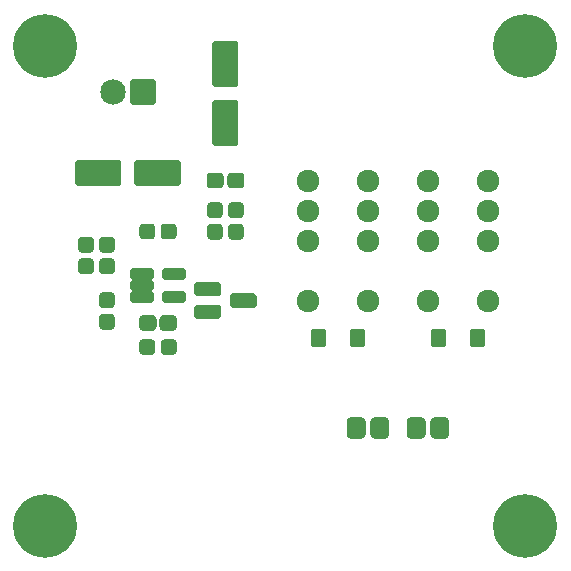
<source format=gbr>
%TF.GenerationSoftware,KiCad,Pcbnew,(5.1.10)-1*%
%TF.CreationDate,2021-09-10T16:42:04-04:00*%
%TF.ProjectId,Z_Brake,5a5f4272-616b-4652-9e6b-696361645f70,rev?*%
%TF.SameCoordinates,Original*%
%TF.FileFunction,Soldermask,Top*%
%TF.FilePolarity,Negative*%
%FSLAX46Y46*%
G04 Gerber Fmt 4.6, Leading zero omitted, Abs format (unit mm)*
G04 Created by KiCad (PCBNEW (5.1.10)-1) date 2021-09-10 16:42:04*
%MOMM*%
%LPD*%
G01*
G04 APERTURE LIST*
%ADD10C,1.924000*%
%ADD11C,5.400000*%
%ADD12C,2.155000*%
G04 APERTURE END LIST*
%TO.C,RV1*%
G36*
G01*
X91240000Y-111828332D02*
X91240000Y-112961668D01*
G75*
G02*
X90906668Y-113295000I-333332J0D01*
G01*
X89973332Y-113295000D01*
G75*
G02*
X89640000Y-112961668I0J333332D01*
G01*
X89640000Y-111828332D01*
G75*
G02*
X89973332Y-111495000I333332J0D01*
G01*
X90906668Y-111495000D01*
G75*
G02*
X91240000Y-111828332I0J-333332D01*
G01*
G37*
G36*
G01*
X93240000Y-111828332D02*
X93240000Y-112961668D01*
G75*
G02*
X92906668Y-113295000I-333332J0D01*
G01*
X91973332Y-113295000D01*
G75*
G02*
X91640000Y-112961668I0J333332D01*
G01*
X91640000Y-111828332D01*
G75*
G02*
X91973332Y-111495000I333332J0D01*
G01*
X92906668Y-111495000D01*
G75*
G02*
X93240000Y-111828332I0J-333332D01*
G01*
G37*
%TD*%
%TO.C,RV2*%
G36*
G01*
X88160000Y-111828332D02*
X88160000Y-112961668D01*
G75*
G02*
X87826668Y-113295000I-333332J0D01*
G01*
X86893332Y-113295000D01*
G75*
G02*
X86560000Y-112961668I0J333332D01*
G01*
X86560000Y-111828332D01*
G75*
G02*
X86893332Y-111495000I333332J0D01*
G01*
X87826668Y-111495000D01*
G75*
G02*
X88160000Y-111828332I0J-333332D01*
G01*
G37*
G36*
G01*
X86160000Y-111828332D02*
X86160000Y-112961668D01*
G75*
G02*
X85826668Y-113295000I-333332J0D01*
G01*
X84893332Y-113295000D01*
G75*
G02*
X84560000Y-112961668I0J333332D01*
G01*
X84560000Y-111828332D01*
G75*
G02*
X84893332Y-111495000I333332J0D01*
G01*
X85826668Y-111495000D01*
G75*
G02*
X86160000Y-111828332I0J-333332D01*
G01*
G37*
%TD*%
%TO.C,C1*%
G36*
G01*
X70180000Y-103167500D02*
X70180000Y-103842500D01*
G75*
G02*
X69842500Y-104180000I-337500J0D01*
G01*
X69042500Y-104180000D01*
G75*
G02*
X68705000Y-103842500I0J337500D01*
G01*
X68705000Y-103167500D01*
G75*
G02*
X69042500Y-102830000I337500J0D01*
G01*
X69842500Y-102830000D01*
G75*
G02*
X70180000Y-103167500I0J-337500D01*
G01*
G37*
G36*
G01*
X68455000Y-103167500D02*
X68455000Y-103842500D01*
G75*
G02*
X68117500Y-104180000I-337500J0D01*
G01*
X67317500Y-104180000D01*
G75*
G02*
X66980000Y-103842500I0J337500D01*
G01*
X66980000Y-103167500D01*
G75*
G02*
X67317500Y-102830000I337500J0D01*
G01*
X68117500Y-102830000D01*
G75*
G02*
X68455000Y-103167500I0J-337500D01*
G01*
G37*
%TD*%
%TO.C,D1*%
G36*
G01*
X66590000Y-91705000D02*
X66590000Y-89905000D01*
G75*
G02*
X66790000Y-89705000I200000J0D01*
G01*
X70290000Y-89705000D01*
G75*
G02*
X70490000Y-89905000I0J-200000D01*
G01*
X70490000Y-91705000D01*
G75*
G02*
X70290000Y-91905000I-200000J0D01*
G01*
X66790000Y-91905000D01*
G75*
G02*
X66590000Y-91705000I0J200000D01*
G01*
G37*
G36*
G01*
X61590000Y-91705000D02*
X61590000Y-89905000D01*
G75*
G02*
X61790000Y-89705000I200000J0D01*
G01*
X65290000Y-89705000D01*
G75*
G02*
X65490000Y-89905000I0J-200000D01*
G01*
X65490000Y-91705000D01*
G75*
G02*
X65290000Y-91905000I-200000J0D01*
G01*
X61790000Y-91905000D01*
G75*
G02*
X61590000Y-91705000I0J200000D01*
G01*
G37*
%TD*%
%TO.C,D2*%
G36*
G01*
X92980000Y-104175000D02*
X92980000Y-105375000D01*
G75*
G02*
X92780000Y-105575000I-200000J0D01*
G01*
X91880000Y-105575000D01*
G75*
G02*
X91680000Y-105375000I0J200000D01*
G01*
X91680000Y-104175000D01*
G75*
G02*
X91880000Y-103975000I200000J0D01*
G01*
X92780000Y-103975000D01*
G75*
G02*
X92980000Y-104175000I0J-200000D01*
G01*
G37*
G36*
G01*
X96280000Y-104175000D02*
X96280000Y-105375000D01*
G75*
G02*
X96080000Y-105575000I-200000J0D01*
G01*
X95180000Y-105575000D01*
G75*
G02*
X94980000Y-105375000I0J200000D01*
G01*
X94980000Y-104175000D01*
G75*
G02*
X95180000Y-103975000I200000J0D01*
G01*
X96080000Y-103975000D01*
G75*
G02*
X96280000Y-104175000I0J-200000D01*
G01*
G37*
%TD*%
%TO.C,D3*%
G36*
G01*
X86120000Y-104175000D02*
X86120000Y-105375000D01*
G75*
G02*
X85920000Y-105575000I-200000J0D01*
G01*
X85020000Y-105575000D01*
G75*
G02*
X84820000Y-105375000I0J200000D01*
G01*
X84820000Y-104175000D01*
G75*
G02*
X85020000Y-103975000I200000J0D01*
G01*
X85920000Y-103975000D01*
G75*
G02*
X86120000Y-104175000I0J-200000D01*
G01*
G37*
G36*
G01*
X82820000Y-104175000D02*
X82820000Y-105375000D01*
G75*
G02*
X82620000Y-105575000I-200000J0D01*
G01*
X81720000Y-105575000D01*
G75*
G02*
X81520000Y-105375000I0J200000D01*
G01*
X81520000Y-104175000D01*
G75*
G02*
X81720000Y-103975000I200000J0D01*
G01*
X82620000Y-103975000D01*
G75*
G02*
X82820000Y-104175000I0J-200000D01*
G01*
G37*
%TD*%
%TO.C,D4*%
G36*
G01*
X72695000Y-91777500D02*
X72695000Y-91102500D01*
G75*
G02*
X73032500Y-90765000I337500J0D01*
G01*
X73807500Y-90765000D01*
G75*
G02*
X74145000Y-91102500I0J-337500D01*
G01*
X74145000Y-91777500D01*
G75*
G02*
X73807500Y-92115000I-337500J0D01*
G01*
X73032500Y-92115000D01*
G75*
G02*
X72695000Y-91777500I0J337500D01*
G01*
G37*
G36*
G01*
X74445000Y-91777500D02*
X74445000Y-91102500D01*
G75*
G02*
X74782500Y-90765000I337500J0D01*
G01*
X75557500Y-90765000D01*
G75*
G02*
X75895000Y-91102500I0J-337500D01*
G01*
X75895000Y-91777500D01*
G75*
G02*
X75557500Y-92115000I-337500J0D01*
G01*
X74782500Y-92115000D01*
G75*
G02*
X74445000Y-91777500I0J337500D01*
G01*
G37*
%TD*%
%TO.C,D5*%
G36*
G01*
X75195000Y-88524000D02*
X73395000Y-88524000D01*
G75*
G02*
X73195000Y-88324000I0J200000D01*
G01*
X73195000Y-84824000D01*
G75*
G02*
X73395000Y-84624000I200000J0D01*
G01*
X75195000Y-84624000D01*
G75*
G02*
X75395000Y-84824000I0J-200000D01*
G01*
X75395000Y-88324000D01*
G75*
G02*
X75195000Y-88524000I-200000J0D01*
G01*
G37*
G36*
G01*
X75195000Y-83524000D02*
X73395000Y-83524000D01*
G75*
G02*
X73195000Y-83324000I0J200000D01*
G01*
X73195000Y-79824000D01*
G75*
G02*
X73395000Y-79624000I200000J0D01*
G01*
X75195000Y-79624000D01*
G75*
G02*
X75395000Y-79824000I0J-200000D01*
G01*
X75395000Y-83324000D01*
G75*
G02*
X75195000Y-83524000I-200000J0D01*
G01*
G37*
%TD*%
D10*
%TO.C,K1*%
X91440000Y-96520000D03*
X91440000Y-93980000D03*
X91440000Y-91440000D03*
X91440000Y-101600000D03*
X96520000Y-101600000D03*
X96520000Y-96520000D03*
X96520000Y-93980000D03*
X96520000Y-91440000D03*
%TD*%
%TO.C,K2*%
X86360000Y-91440000D03*
X86360000Y-93980000D03*
X86360000Y-96520000D03*
X86360000Y-101600000D03*
X81280000Y-101600000D03*
X81280000Y-91440000D03*
X81280000Y-93980000D03*
X81280000Y-96520000D03*
%TD*%
D11*
%TO.C,MH1*%
X59055000Y-80010000D03*
%TD*%
%TO.C,MH2*%
X99695000Y-80010000D03*
%TD*%
%TO.C,MH3*%
X59055000Y-120650000D03*
%TD*%
%TO.C,MH4*%
X99695000Y-120650000D03*
%TD*%
%TO.C,P2*%
G36*
G01*
X66232500Y-84822500D02*
X66232500Y-83067500D01*
G75*
G02*
X66432500Y-82867500I200000J0D01*
G01*
X68187500Y-82867500D01*
G75*
G02*
X68387500Y-83067500I0J-200000D01*
G01*
X68387500Y-84822500D01*
G75*
G02*
X68187500Y-85022500I-200000J0D01*
G01*
X66432500Y-85022500D01*
G75*
G02*
X66232500Y-84822500I0J200000D01*
G01*
G37*
D12*
X64770000Y-83945000D03*
%TD*%
%TO.C,Q1*%
G36*
G01*
X71645000Y-101050000D02*
X71645000Y-100250000D01*
G75*
G02*
X71845000Y-100050000I200000J0D01*
G01*
X73745000Y-100050000D01*
G75*
G02*
X73945000Y-100250000I0J-200000D01*
G01*
X73945000Y-101050000D01*
G75*
G02*
X73745000Y-101250000I-200000J0D01*
G01*
X71845000Y-101250000D01*
G75*
G02*
X71645000Y-101050000I0J200000D01*
G01*
G37*
G36*
G01*
X71645000Y-102950000D02*
X71645000Y-102150000D01*
G75*
G02*
X71845000Y-101950000I200000J0D01*
G01*
X73745000Y-101950000D01*
G75*
G02*
X73945000Y-102150000I0J-200000D01*
G01*
X73945000Y-102950000D01*
G75*
G02*
X73745000Y-103150000I-200000J0D01*
G01*
X71845000Y-103150000D01*
G75*
G02*
X71645000Y-102950000I0J200000D01*
G01*
G37*
G36*
G01*
X74645000Y-102000000D02*
X74645000Y-101200000D01*
G75*
G02*
X74845000Y-101000000I200000J0D01*
G01*
X76745000Y-101000000D01*
G75*
G02*
X76945000Y-101200000I0J-200000D01*
G01*
X76945000Y-102000000D01*
G75*
G02*
X76745000Y-102200000I-200000J0D01*
G01*
X74845000Y-102200000D01*
G75*
G02*
X74645000Y-102000000I0J200000D01*
G01*
G37*
%TD*%
%TO.C,R1*%
G36*
G01*
X62146500Y-96190000D02*
X62821500Y-96190000D01*
G75*
G02*
X63159000Y-96527500I0J-337500D01*
G01*
X63159000Y-97227500D01*
G75*
G02*
X62821500Y-97565000I-337500J0D01*
G01*
X62146500Y-97565000D01*
G75*
G02*
X61809000Y-97227500I0J337500D01*
G01*
X61809000Y-96527500D01*
G75*
G02*
X62146500Y-96190000I337500J0D01*
G01*
G37*
G36*
G01*
X62146500Y-98015000D02*
X62821500Y-98015000D01*
G75*
G02*
X63159000Y-98352500I0J-337500D01*
G01*
X63159000Y-99052500D01*
G75*
G02*
X62821500Y-99390000I-337500J0D01*
G01*
X62146500Y-99390000D01*
G75*
G02*
X61809000Y-99052500I0J337500D01*
G01*
X61809000Y-98352500D01*
G75*
G02*
X62146500Y-98015000I337500J0D01*
G01*
G37*
%TD*%
%TO.C,R2*%
G36*
G01*
X64599500Y-104089000D02*
X63924500Y-104089000D01*
G75*
G02*
X63587000Y-103751500I0J337500D01*
G01*
X63587000Y-103051500D01*
G75*
G02*
X63924500Y-102714000I337500J0D01*
G01*
X64599500Y-102714000D01*
G75*
G02*
X64937000Y-103051500I0J-337500D01*
G01*
X64937000Y-103751500D01*
G75*
G02*
X64599500Y-104089000I-337500J0D01*
G01*
G37*
G36*
G01*
X64599500Y-102264000D02*
X63924500Y-102264000D01*
G75*
G02*
X63587000Y-101926500I0J337500D01*
G01*
X63587000Y-101226500D01*
G75*
G02*
X63924500Y-100889000I337500J0D01*
G01*
X64599500Y-100889000D01*
G75*
G02*
X64937000Y-101226500I0J-337500D01*
G01*
X64937000Y-101926500D01*
G75*
G02*
X64599500Y-102264000I-337500J0D01*
G01*
G37*
%TD*%
%TO.C,R3*%
G36*
G01*
X63924500Y-98015000D02*
X64599500Y-98015000D01*
G75*
G02*
X64937000Y-98352500I0J-337500D01*
G01*
X64937000Y-99052500D01*
G75*
G02*
X64599500Y-99390000I-337500J0D01*
G01*
X63924500Y-99390000D01*
G75*
G02*
X63587000Y-99052500I0J337500D01*
G01*
X63587000Y-98352500D01*
G75*
G02*
X63924500Y-98015000I337500J0D01*
G01*
G37*
G36*
G01*
X63924500Y-96190000D02*
X64599500Y-96190000D01*
G75*
G02*
X64937000Y-96527500I0J-337500D01*
G01*
X64937000Y-97227500D01*
G75*
G02*
X64599500Y-97565000I-337500J0D01*
G01*
X63924500Y-97565000D01*
G75*
G02*
X63587000Y-97227500I0J337500D01*
G01*
X63587000Y-96527500D01*
G75*
G02*
X63924500Y-96190000I337500J0D01*
G01*
G37*
%TD*%
%TO.C,R4*%
G36*
G01*
X70180000Y-105199500D02*
X70180000Y-105874500D01*
G75*
G02*
X69842500Y-106212000I-337500J0D01*
G01*
X69142500Y-106212000D01*
G75*
G02*
X68805000Y-105874500I0J337500D01*
G01*
X68805000Y-105199500D01*
G75*
G02*
X69142500Y-104862000I337500J0D01*
G01*
X69842500Y-104862000D01*
G75*
G02*
X70180000Y-105199500I0J-337500D01*
G01*
G37*
G36*
G01*
X68355000Y-105199500D02*
X68355000Y-105874500D01*
G75*
G02*
X68017500Y-106212000I-337500J0D01*
G01*
X67317500Y-106212000D01*
G75*
G02*
X66980000Y-105874500I0J337500D01*
G01*
X66980000Y-105199500D01*
G75*
G02*
X67317500Y-104862000I337500J0D01*
G01*
X68017500Y-104862000D01*
G75*
G02*
X68355000Y-105199500I0J-337500D01*
G01*
G37*
%TD*%
%TO.C,R5*%
G36*
G01*
X68805000Y-96095500D02*
X68805000Y-95420500D01*
G75*
G02*
X69142500Y-95083000I337500J0D01*
G01*
X69842500Y-95083000D01*
G75*
G02*
X70180000Y-95420500I0J-337500D01*
G01*
X70180000Y-96095500D01*
G75*
G02*
X69842500Y-96433000I-337500J0D01*
G01*
X69142500Y-96433000D01*
G75*
G02*
X68805000Y-96095500I0J337500D01*
G01*
G37*
G36*
G01*
X66980000Y-96095500D02*
X66980000Y-95420500D01*
G75*
G02*
X67317500Y-95083000I337500J0D01*
G01*
X68017500Y-95083000D01*
G75*
G02*
X68355000Y-95420500I0J-337500D01*
G01*
X68355000Y-96095500D01*
G75*
G02*
X68017500Y-96433000I-337500J0D01*
G01*
X67317500Y-96433000D01*
G75*
G02*
X66980000Y-96095500I0J337500D01*
G01*
G37*
%TD*%
%TO.C,R6*%
G36*
G01*
X73743500Y-96469000D02*
X73068500Y-96469000D01*
G75*
G02*
X72731000Y-96131500I0J337500D01*
G01*
X72731000Y-95431500D01*
G75*
G02*
X73068500Y-95094000I337500J0D01*
G01*
X73743500Y-95094000D01*
G75*
G02*
X74081000Y-95431500I0J-337500D01*
G01*
X74081000Y-96131500D01*
G75*
G02*
X73743500Y-96469000I-337500J0D01*
G01*
G37*
G36*
G01*
X73743500Y-94644000D02*
X73068500Y-94644000D01*
G75*
G02*
X72731000Y-94306500I0J337500D01*
G01*
X72731000Y-93606500D01*
G75*
G02*
X73068500Y-93269000I337500J0D01*
G01*
X73743500Y-93269000D01*
G75*
G02*
X74081000Y-93606500I0J-337500D01*
G01*
X74081000Y-94306500D01*
G75*
G02*
X73743500Y-94644000I-337500J0D01*
G01*
G37*
%TD*%
%TO.C,R7*%
G36*
G01*
X74846500Y-95094000D02*
X75521500Y-95094000D01*
G75*
G02*
X75859000Y-95431500I0J-337500D01*
G01*
X75859000Y-96131500D01*
G75*
G02*
X75521500Y-96469000I-337500J0D01*
G01*
X74846500Y-96469000D01*
G75*
G02*
X74509000Y-96131500I0J337500D01*
G01*
X74509000Y-95431500D01*
G75*
G02*
X74846500Y-95094000I337500J0D01*
G01*
G37*
G36*
G01*
X74846500Y-93269000D02*
X75521500Y-93269000D01*
G75*
G02*
X75859000Y-93606500I0J-337500D01*
G01*
X75859000Y-94306500D01*
G75*
G02*
X75521500Y-94644000I-337500J0D01*
G01*
X74846500Y-94644000D01*
G75*
G02*
X74509000Y-94306500I0J337500D01*
G01*
X74509000Y-93606500D01*
G75*
G02*
X74846500Y-93269000I337500J0D01*
G01*
G37*
%TD*%
%TO.C,U1*%
G36*
G01*
X66250000Y-99705000D02*
X66250000Y-99055000D01*
G75*
G02*
X66450000Y-98855000I200000J0D01*
G01*
X68010000Y-98855000D01*
G75*
G02*
X68210000Y-99055000I0J-200000D01*
G01*
X68210000Y-99705000D01*
G75*
G02*
X68010000Y-99905000I-200000J0D01*
G01*
X66450000Y-99905000D01*
G75*
G02*
X66250000Y-99705000I0J200000D01*
G01*
G37*
G36*
G01*
X66250000Y-100655000D02*
X66250000Y-100005000D01*
G75*
G02*
X66450000Y-99805000I200000J0D01*
G01*
X68010000Y-99805000D01*
G75*
G02*
X68210000Y-100005000I0J-200000D01*
G01*
X68210000Y-100655000D01*
G75*
G02*
X68010000Y-100855000I-200000J0D01*
G01*
X66450000Y-100855000D01*
G75*
G02*
X66250000Y-100655000I0J200000D01*
G01*
G37*
G36*
G01*
X66250000Y-101605000D02*
X66250000Y-100955000D01*
G75*
G02*
X66450000Y-100755000I200000J0D01*
G01*
X68010000Y-100755000D01*
G75*
G02*
X68210000Y-100955000I0J-200000D01*
G01*
X68210000Y-101605000D01*
G75*
G02*
X68010000Y-101805000I-200000J0D01*
G01*
X66450000Y-101805000D01*
G75*
G02*
X66250000Y-101605000I0J200000D01*
G01*
G37*
G36*
G01*
X68950000Y-101605000D02*
X68950000Y-100955000D01*
G75*
G02*
X69150000Y-100755000I200000J0D01*
G01*
X70710000Y-100755000D01*
G75*
G02*
X70910000Y-100955000I0J-200000D01*
G01*
X70910000Y-101605000D01*
G75*
G02*
X70710000Y-101805000I-200000J0D01*
G01*
X69150000Y-101805000D01*
G75*
G02*
X68950000Y-101605000I0J200000D01*
G01*
G37*
G36*
G01*
X68950000Y-99705000D02*
X68950000Y-99055000D01*
G75*
G02*
X69150000Y-98855000I200000J0D01*
G01*
X70710000Y-98855000D01*
G75*
G02*
X70910000Y-99055000I0J-200000D01*
G01*
X70910000Y-99705000D01*
G75*
G02*
X70710000Y-99905000I-200000J0D01*
G01*
X69150000Y-99905000D01*
G75*
G02*
X68950000Y-99705000I0J200000D01*
G01*
G37*
%TD*%
M02*

</source>
